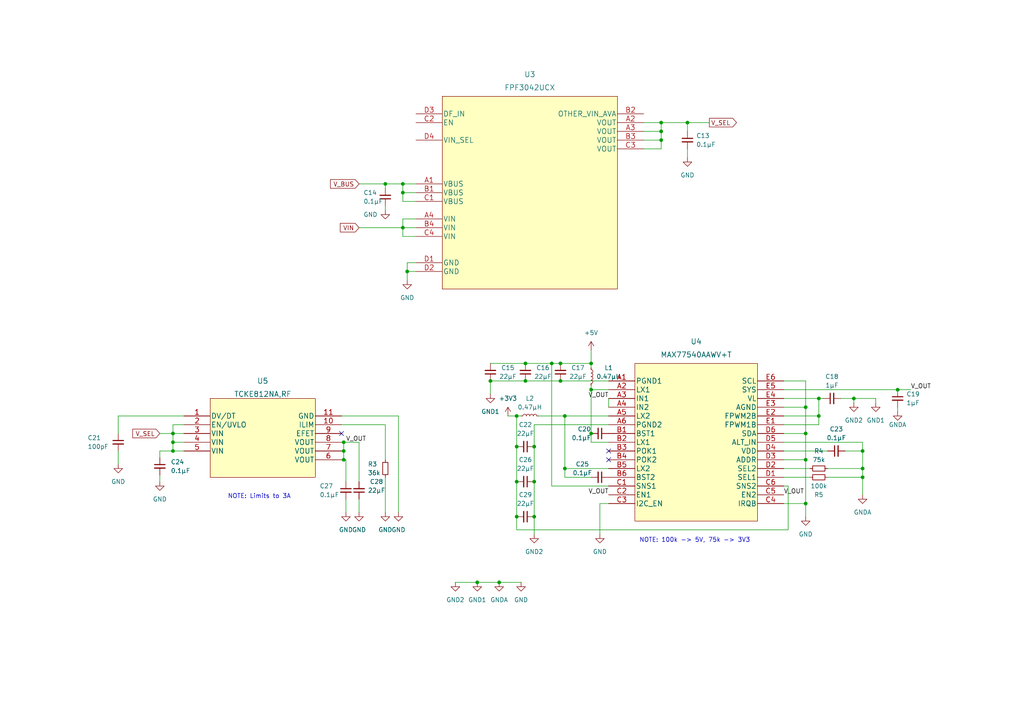
<source format=kicad_sch>
(kicad_sch (version 20211123) (generator eeschema)
  (paper "A4")
  (lib_symbols
    (symbol "Device:C_Small" (pin_numbers hide) (pin_names (offset 0.254) hide)
      (property "Reference" "C" (at 0.254 1.778 0))
      (property "Value" "C_Small" (at 0.254 -2.032 0))
      (symbol "C_Small_0_1"
        (polyline (pts (xy -1.524 -0.508) (xy 1.524 -0.508)) (stroke (width 0.3302)))
        (polyline (pts (xy -1.524 0.508) (xy 1.524 0.508)) (stroke (width 0.3048)))
      )
      (symbol "C_Small_1_1"
        (pin passive line (at 0 2.54 270) (length 2.032) (name "~") (number "1"))
        (pin passive line (at 0 -2.54 90) (length 2.032) (name "~") (number "2"))
      )
    )
    (symbol "Device:L_Small" (pin_numbers hide) (pin_names (offset 0.254) hide)
      (property "Reference" "L" (at 0.762 1.016 0))
      (property "Value" "L_Small" (at 0.762 -1.016 0))
      (symbol "L_Small_0_1"
        (arc (start 0 -2.032) (mid 0.508 -1.524) (end 0 -1.016))
        (arc (start 0 -1.016) (mid 0.508 -0.508) (end 0 0))
        (arc (start 0 0) (mid 0.508 0.508) (end 0 1.016))
        (arc (start 0 1.016) (mid 0.508 1.524) (end 0 2.032))
      )
      (symbol "L_Small_1_1"
        (pin passive line (at 0 2.54 270) (length 0.508) (name "~") (number "1"))
        (pin passive line (at 0 -2.54 90) (length 0.508) (name "~") (number "2"))
      )
    )
    (symbol "Device:R_Small" (pin_numbers hide) (pin_names (offset 0.254) hide)
      (property "Reference" "R" (at 0.762 0.508 0))
      (property "Value" "R_Small" (at 0.762 -1.016 0))
      (symbol "R_Small_0_1"
        (rectangle (start -0.762 1.778) (end 0.762 -1.778) (stroke (width 0.2032)))
      )
      (symbol "R_Small_1_1"
        (pin passive line (at 0 2.54 270) (length 0.762) (name "~") (number "1"))
        (pin passive line (at 0 -2.54 90) (length 0.762) (name "~") (number "2"))
      )
    )
    (symbol "personal:FPF3042UCX" (pin_names (offset 0.254))
      (property "Reference" "U" (at 33.02 10.16 0))
      (property "Value" "FPF3042UCX" (at 33.02 7.62 0))
      (symbol "FPF3042UCX_1_1"
        (rectangle (start 7.62 5.08) (end 58.42 -50.8) (fill (type background)))
        (pin power_in line (at 0 -20.32 0) (length 7.62) (name "VBUS") (number "A1"))
        (pin power_in line (at 66.04 -2.54 180) (length 7.62) (name "VOUT") (number "A2"))
        (pin power_in line (at 66.04 -5.08 180) (length 7.62) (name "VOUT") (number "A3"))
        (pin power_in line (at 0 -30.48 0) (length 7.62) (name "VIN") (number "A4"))
        (pin power_in line (at 0 -22.86 0) (length 7.62) (name "VBUS") (number "B1"))
        (pin output line (at 66.04 0 180) (length 7.62) (name "OTHER_VIN_AVA") (number "B2"))
        (pin power_in line (at 66.04 -7.62 180) (length 7.62) (name "VOUT") (number "B3"))
        (pin power_in line (at 0 -33.02 0) (length 7.62) (name "VIN") (number "B4"))
        (pin power_in line (at 0 -25.4 0) (length 7.62) (name "VBUS") (number "C1"))
        (pin input line (at 0 -2.54 0) (length 7.62) (name "EN") (number "C2"))
        (pin output line (at 66.04 -10.16 180) (length 7.62) (name "VOUT") (number "C3"))
        (pin power_in line (at 0 -35.56 0) (length 7.62) (name "VIN") (number "C4"))
        (pin power_in line (at 0 -43.18 0) (length 7.62) (name "GND") (number "D1"))
        (pin power_in line (at 0 -45.72 0) (length 7.62) (name "GND") (number "D2"))
        (pin input line (at 0 0 0) (length 7.62) (name "DF_IN") (number "D3"))
        (pin bidirectional line (at 0 -7.62 0) (length 7.62) (name "VIN_SEL") (number "D4"))
      )
    )
    (symbol "personal:MAX77540AAWV+T" (pin_names (offset 0.254))
      (property "Reference" "U" (at 25.4 10.16 0))
      (property "Value" "MAX77540AAWV+T" (at 25.4 7.62 0))
      (symbol "MAX77540AAWV+T_0_1"
        (rectangle (start 7.62 5.08) (end 43.18 -40.64) (fill (type background)))
      )
      (symbol "MAX77540AAWV+T_1_1"
        (pin power_in line (at 0 0 0) (length 7.62) (name "PGND1") (number "A1"))
        (pin power_in line (at 0 -2.54 0) (length 7.62) (name "LX1") (number "A2"))
        (pin power_in line (at 0 -5.08 0) (length 7.62) (name "IN1") (number "A3"))
        (pin power_in line (at 0 -7.62 0) (length 7.62) (name "IN2") (number "A4"))
        (pin power_in line (at 0 -10.16 0) (length 7.62) (name "LX2") (number "A5"))
        (pin power_in line (at 0 -12.7 0) (length 7.62) (name "PGND2") (number "A6"))
        (pin power_in line (at 0 -15.24 0) (length 7.62) (name "BST1") (number "B1"))
        (pin power_in line (at 0 -17.78 0) (length 7.62) (name "LX1") (number "B2"))
        (pin output line (at 0 -20.32 0) (length 7.62) (name "POK1") (number "B3"))
        (pin output line (at 0 -22.86 0) (length 7.62) (name "POK2") (number "B4"))
        (pin power_in line (at 0 -25.4 0) (length 7.62) (name "LX2") (number "B5"))
        (pin power_in line (at 0 -27.94 0) (length 7.62) (name "BST2") (number "B6"))
        (pin input line (at 0 -30.48 0) (length 7.62) (name "SNS1") (number "C1"))
        (pin input line (at 0 -33.02 0) (length 7.62) (name "EN1") (number "C2"))
        (pin input line (at 0 -35.56 0) (length 7.62) (name "I2C_EN") (number "C3"))
        (pin output line (at 50.8 -35.56 180) (length 7.62) (name "IRQB") (number "C4"))
        (pin input line (at 50.8 -33.02 180) (length 7.62) (name "EN2") (number "C5"))
        (pin input line (at 50.8 -30.48 180) (length 7.62) (name "SNS2") (number "C6"))
        (pin input line (at 50.8 -27.94 180) (length 7.62) (name "SEL1") (number "D1"))
        (pin input line (at 50.8 -25.4 180) (length 7.62) (name "SEL2") (number "D2"))
        (pin input line (at 50.8 -22.86 180) (length 7.62) (name "ADDR") (number "D3"))
        (pin power_in line (at 50.8 -20.32 180) (length 7.62) (name "VDD") (number "D4"))
        (pin power_in line (at 50.8 -17.78 180) (length 7.62) (name "ALT_IN") (number "D5"))
        (pin bidirectional line (at 50.8 -15.24 180) (length 7.62) (name "SDA") (number "D6"))
        (pin input line (at 50.8 -12.7 180) (length 7.62) (name "FPWM1B") (number "E1"))
        (pin input line (at 50.8 -10.16 180) (length 7.62) (name "FPWM2B") (number "E2"))
        (pin power_in line (at 50.8 -7.62 180) (length 7.62) (name "AGND") (number "E3"))
        (pin power_in line (at 50.8 -5.08 180) (length 7.62) (name "VL") (number "E4"))
        (pin power_in line (at 50.8 -2.54 180) (length 7.62) (name "SYS") (number "E5"))
        (pin input line (at 50.8 0 180) (length 7.62) (name "SCL") (number "E6"))
      )
    )
    (symbol "personal:TCKE812NA,RF" (pin_names (offset 0.254))
      (property "Reference" "U" (at 22.86 10.16 0))
      (property "Value" "TCKE812NA,RF" (at 22.86 7.62 0))
      (symbol "TCKE812NA,RF_0_1"
        (rectangle (start 38.1 -17.78) (end 7.62 5.08) (fill (type background)))
      )
      (symbol "TCKE812NA,RF_1_1"
        (pin input line (at 0 0 0) (length 7.62) (name "DV/DT") (number "1"))
        (pin input line (at 45.72 -2.54 180) (length 7.62) (name "ILIM") (number "10"))
        (pin power_in line (at 45.72 0 180) (length 7.62) (name "GND") (number "11"))
        (pin unspecified line (at 0 -2.54 0) (length 7.62) (name "EN/UVLO") (number "2"))
        (pin input line (at 0 -5.08 0) (length 7.62) (name "VIN") (number "3"))
        (pin input line (at 0 -7.62 0) (length 7.62) (name "VIN") (number "4"))
        (pin input line (at 0 -10.16 0) (length 7.62) (name "VIN") (number "5"))
        (pin output line (at 45.72 -12.7 180) (length 7.62) (name "VOUT") (number "6"))
        (pin output line (at 45.72 -10.16 180) (length 7.62) (name "VOUT") (number "7"))
        (pin output line (at 45.72 -7.62 180) (length 7.62) (name "VOUT") (number "8"))
        (pin unspecified line (at 45.72 -5.08 180) (length 7.62) (name "EFET") (number "9"))
      )
    )
    (symbol "power:+3V3" (power) (pin_names (offset 0))
      (property "Value" "+3V3" (at 0 3.556 0))
      (symbol "+3V3_0_1"
        (polyline (pts (xy -0.762 1.27) (xy 0 2.54)))
        (polyline (pts (xy 0 0) (xy 0 2.54)))
        (polyline (pts (xy 0 2.54) (xy 0.762 1.27)))
      )
      (symbol "+3V3_1_1"
        (pin power_in line (at 0 0 90) (length 0) hide (name "+3V3") (number "1"))
      )
    )
    (symbol "power:+5V" (power) (pin_names (offset 0))
      (property "Value" "+5V" (at 0 3.556 0))
      (symbol "+5V_0_1"
        (polyline (pts (xy -0.762 1.27) (xy 0 2.54)))
        (polyline (pts (xy 0 0) (xy 0 2.54)))
        (polyline (pts (xy 0 2.54) (xy 0.762 1.27)))
      )
      (symbol "+5V_1_1"
        (pin power_in line (at 0 0 90) (length 0) hide (name "+5V") (number "1"))
      )
    )
    (symbol "power:GND" (power) (pin_names (offset 0))
      (property "Value" "GND" (at 0 -3.81 0))
      (symbol "GND_0_1"
        (polyline (pts (xy 0 0) (xy 0 -1.27) (xy 1.27 -1.27) (xy 0 -2.54) (xy -1.27 -1.27) (xy 0 -1.27)))
      )
      (symbol "GND_1_1"
        (pin power_in line (at 0 0 270) (length 0) hide (name "GND") (number "1"))
      )
    )
    (symbol "power:GND1" (power) (pin_names (offset 0))
      (property "Value" "GND1" (at 0 -3.81 0))
      (symbol "GND1_0_1"
        (polyline (pts (xy 0 0) (xy 0 -1.27) (xy 1.27 -1.27) (xy 0 -2.54) (xy -1.27 -1.27) (xy 0 -1.27)))
      )
      (symbol "GND1_1_1"
        (pin power_in line (at 0 0 270) (length 0) hide (name "GND1") (number "1"))
      )
    )
    (symbol "power:GND2" (power) (pin_names (offset 0))
      (property "Value" "GND2" (at 0 -3.81 0))
      (symbol "GND2_0_1"
        (polyline (pts (xy 0 0) (xy 0 -1.27) (xy 1.27 -1.27) (xy 0 -2.54) (xy -1.27 -1.27) (xy 0 -1.27)))
      )
      (symbol "GND2_1_1"
        (pin power_in line (at 0 0 270) (length 0) hide (name "GND2") (number "1"))
      )
    )
    (symbol "power:GNDA" (power) (pin_names (offset 0))
      (property "Value" "GNDA" (at 0 -3.81 0))
      (symbol "GNDA_0_1"
        (polyline (pts (xy 0 0) (xy 0 -1.27) (xy 1.27 -1.27) (xy 0 -2.54) (xy -1.27 -1.27) (xy 0 -1.27)))
      )
      (symbol "GNDA_1_1"
        (pin power_in line (at 0 0 270) (length 0) hide (name "GNDA") (number "1"))
      )
    )
  )
  (junction (at 149.86 129.54))
  (junction (at 171.45 125.73))
  (junction (at 233.68 133.35))
  (junction (at 116.84 53.34))
  (junction (at 50.165 130.81))
  (junction (at 199.39 35.56))
  (junction (at 99.695 128.27))
  (junction (at 250.19 138.43))
  (junction (at 144.78 168.91))
  (junction (at 233.68 146.05))
  (junction (at 154.94 139.7))
  (junction (at 149.86 149.86))
  (junction (at 163.83 120.65))
  (junction (at 138.43 168.91))
  (junction (at 152.4 105.41))
  (junction (at 250.19 130.81))
  (junction (at 154.94 129.54))
  (junction (at 154.94 149.86))
  (junction (at 118.11 78.74))
  (junction (at 171.45 105.41))
  (junction (at 171.45 113.03))
  (junction (at 160.02 105.41))
  (junction (at 163.83 135.89))
  (junction (at 260.35 113.03))
  (junction (at 162.56 105.41))
  (junction (at 191.77 35.56))
  (junction (at 116.84 66.04))
  (junction (at 247.65 115.57))
  (junction (at 99.695 133.35))
  (junction (at 111.76 53.34))
  (junction (at 152.4 110.49))
  (junction (at 142.24 110.49))
  (junction (at 250.19 135.89))
  (junction (at 162.56 110.49))
  (junction (at 237.49 120.65))
  (junction (at 149.86 120.65))
  (junction (at 191.77 38.1))
  (junction (at 99.695 130.81))
  (junction (at 191.77 40.64))
  (junction (at 50.165 128.27))
  (junction (at 116.84 55.88))
  (junction (at 237.49 115.57))
  (junction (at 50.165 125.73))
  (junction (at 233.68 125.73))
  (junction (at 149.86 139.7))
  (junction (at 233.68 118.11))
  (no_connect (at 176.53 130.81))
  (no_connect (at 176.53 133.35))
  (no_connect (at 99.06 125.73))
  (wire (pts (xy 227.33 138.43) (xy 234.95 138.43)))
  (wire (pts (xy 99.06 120.65) (xy 115.57 120.65)))
  (wire (pts (xy 120.65 63.5) (xy 116.84 63.5)))
  (wire (pts (xy 171.45 128.27) (xy 171.45 125.73)))
  (wire (pts (xy 186.69 43.18) (xy 191.77 43.18)))
  (wire (pts (xy 176.53 123.19) (xy 154.94 123.19)))
  (wire (pts (xy 247.65 115.57) (xy 247.65 116.84)))
  (wire (pts (xy 160.02 140.97) (xy 160.02 105.41)))
  (wire (pts (xy 118.11 76.2) (xy 118.11 78.74)))
  (wire (pts (xy 50.165 130.81) (xy 46.355 130.81)))
  (wire (pts (xy 50.165 130.81) (xy 53.34 130.81)))
  (wire (pts (xy 199.39 43.18) (xy 199.39 45.72)))
  (wire (pts (xy 171.45 113.03) (xy 171.45 111.76)))
  (wire (pts (xy 243.84 115.57) (xy 247.65 115.57)))
  (wire (pts (xy 116.84 55.88) (xy 120.65 55.88)))
  (wire (pts (xy 50.165 128.27) (xy 53.34 128.27)))
  (wire (pts (xy 99.695 128.27) (xy 104.14 128.27)))
  (wire (pts (xy 163.83 120.65) (xy 176.53 120.65)))
  (wire (pts (xy 240.03 138.43) (xy 250.19 138.43)))
  (wire (pts (xy 186.69 40.64) (xy 191.77 40.64)))
  (wire (pts (xy 233.68 110.49) (xy 233.68 118.11)))
  (wire (pts (xy 260.35 113.03) (xy 264.16 113.03)))
  (wire (pts (xy 227.33 110.49) (xy 233.68 110.49)))
  (wire (pts (xy 111.76 59.69) (xy 111.76 60.96)))
  (wire (pts (xy 176.53 140.97) (xy 160.02 140.97)))
  (wire (pts (xy 156.21 120.65) (xy 163.83 120.65)))
  (wire (pts (xy 34.29 120.65) (xy 53.34 120.65)))
  (wire (pts (xy 111.76 53.34) (xy 111.76 54.61)))
  (wire (pts (xy 144.78 168.91) (xy 151.13 168.91)))
  (wire (pts (xy 227.33 130.81) (xy 240.03 130.81)))
  (wire (pts (xy 104.14 53.34) (xy 111.76 53.34)))
  (wire (pts (xy 149.86 139.7) (xy 149.86 149.86)))
  (wire (pts (xy 250.19 138.43) (xy 250.19 143.51)))
  (wire (pts (xy 116.84 68.58) (xy 120.65 68.58)))
  (wire (pts (xy 176.53 128.27) (xy 171.45 128.27)))
  (wire (pts (xy 237.49 115.57) (xy 238.76 115.57)))
  (wire (pts (xy 227.33 113.03) (xy 260.35 113.03)))
  (wire (pts (xy 111.76 138.43) (xy 111.76 148.59)))
  (wire (pts (xy 228.6 140.97) (xy 228.6 153.67)))
  (wire (pts (xy 99.695 128.27) (xy 99.695 130.81)))
  (wire (pts (xy 162.56 110.49) (xy 152.4 110.49)))
  (wire (pts (xy 34.29 125.73) (xy 34.29 120.65)))
  (wire (pts (xy 53.34 125.73) (xy 50.165 125.73)))
  (wire (pts (xy 227.33 118.11) (xy 233.68 118.11)))
  (wire (pts (xy 132.08 168.91) (xy 138.43 168.91)))
  (wire (pts (xy 151.13 120.65) (xy 149.86 120.65)))
  (wire (pts (xy 154.94 149.86) (xy 154.94 154.94)))
  (wire (pts (xy 227.33 133.35) (xy 233.68 133.35)))
  (wire (pts (xy 250.19 135.89) (xy 250.19 138.43)))
  (wire (pts (xy 237.49 120.65) (xy 237.49 123.19)))
  (wire (pts (xy 120.65 76.2) (xy 118.11 76.2)))
  (wire (pts (xy 152.4 110.49) (xy 142.24 110.49)))
  (wire (pts (xy 163.83 138.43) (xy 163.83 135.89)))
  (wire (pts (xy 233.68 125.73) (xy 233.68 133.35)))
  (wire (pts (xy 191.77 40.64) (xy 191.77 43.18)))
  (wire (pts (xy 227.33 115.57) (xy 237.49 115.57)))
  (wire (pts (xy 233.68 133.35) (xy 233.68 146.05)))
  (wire (pts (xy 171.45 113.03) (xy 176.53 113.03)))
  (wire (pts (xy 99.06 128.27) (xy 99.695 128.27)))
  (wire (pts (xy 160.02 105.41) (xy 162.56 105.41)))
  (wire (pts (xy 176.53 115.57) (xy 176.53 118.11)))
  (wire (pts (xy 111.76 53.34) (xy 116.84 53.34)))
  (wire (pts (xy 247.65 115.57) (xy 254 115.57)))
  (wire (pts (xy 163.83 135.89) (xy 163.83 120.65)))
  (wire (pts (xy 149.86 129.54) (xy 149.86 139.7)))
  (wire (pts (xy 227.33 123.19) (xy 237.49 123.19)))
  (wire (pts (xy 116.84 63.5) (xy 116.84 66.04)))
  (wire (pts (xy 152.4 105.41) (xy 142.24 105.41)))
  (wire (pts (xy 116.84 58.42) (xy 120.65 58.42)))
  (wire (pts (xy 99.06 133.35) (xy 99.695 133.35)))
  (wire (pts (xy 233.68 118.11) (xy 233.68 125.73)))
  (wire (pts (xy 147.32 120.65) (xy 149.86 120.65)))
  (wire (pts (xy 199.39 35.56) (xy 199.39 38.1)))
  (wire (pts (xy 104.14 66.04) (xy 116.84 66.04)))
  (wire (pts (xy 99.06 130.81) (xy 99.695 130.81)))
  (wire (pts (xy 116.84 53.34) (xy 120.65 53.34)))
  (wire (pts (xy 104.14 128.27) (xy 104.14 139.7)))
  (wire (pts (xy 138.43 168.91) (xy 144.78 168.91)))
  (wire (pts (xy 186.69 38.1) (xy 191.77 38.1)))
  (wire (pts (xy 191.77 35.56) (xy 199.39 35.56)))
  (wire (pts (xy 176.53 146.05) (xy 173.99 146.05)))
  (wire (pts (xy 191.77 35.56) (xy 191.77 38.1)))
  (wire (pts (xy 100.33 133.35) (xy 100.33 139.7)))
  (wire (pts (xy 227.33 128.27) (xy 250.19 128.27)))
  (wire (pts (xy 118.11 78.74) (xy 118.11 81.28)))
  (wire (pts (xy 154.94 139.7) (xy 154.94 149.86)))
  (wire (pts (xy 46.355 137.795) (xy 46.355 139.7)))
  (wire (pts (xy 171.45 105.41) (xy 171.45 106.68)))
  (wire (pts (xy 116.84 66.04) (xy 116.84 68.58)))
  (wire (pts (xy 116.84 55.88) (xy 116.84 53.34)))
  (wire (pts (xy 227.33 125.73) (xy 233.68 125.73)))
  (wire (pts (xy 149.86 153.67) (xy 149.86 149.86)))
  (wire (pts (xy 118.11 78.74) (xy 120.65 78.74)))
  (wire (pts (xy 176.53 110.49) (xy 162.56 110.49)))
  (wire (pts (xy 115.57 120.65) (xy 115.57 148.59)))
  (wire (pts (xy 104.14 144.78) (xy 104.14 148.59)))
  (wire (pts (xy 152.4 105.41) (xy 160.02 105.41)))
  (wire (pts (xy 162.56 105.41) (xy 171.45 105.41)))
  (wire (pts (xy 99.695 130.81) (xy 99.695 133.35)))
  (wire (pts (xy 116.84 55.88) (xy 116.84 58.42)))
  (wire (pts (xy 176.53 135.89) (xy 163.83 135.89)))
  (wire (pts (xy 149.86 153.67) (xy 228.6 153.67)))
  (wire (pts (xy 240.03 135.89) (xy 250.19 135.89)))
  (wire (pts (xy 50.165 128.27) (xy 50.165 130.81)))
  (wire (pts (xy 50.165 125.73) (xy 50.165 123.19)))
  (wire (pts (xy 142.24 110.49) (xy 142.24 114.3)))
  (wire (pts (xy 191.77 38.1) (xy 191.77 40.64)))
  (wire (pts (xy 227.33 140.97) (xy 228.6 140.97)))
  (wire (pts (xy 50.165 125.73) (xy 50.165 128.27)))
  (wire (pts (xy 111.76 123.19) (xy 111.76 133.35)))
  (wire (pts (xy 149.86 120.65) (xy 149.86 129.54)))
  (wire (pts (xy 34.29 130.81) (xy 34.29 134.62)))
  (wire (pts (xy 154.94 129.54) (xy 154.94 139.7)))
  (wire (pts (xy 227.33 135.89) (xy 234.95 135.89)))
  (wire (pts (xy 250.19 130.81) (xy 250.19 135.89)))
  (wire (pts (xy 46.355 125.73) (xy 50.165 125.73)))
  (wire (pts (xy 173.99 146.05) (xy 173.99 154.94)))
  (wire (pts (xy 233.68 146.05) (xy 233.68 149.86)))
  (wire (pts (xy 227.33 146.05) (xy 233.68 146.05)))
  (wire (pts (xy 254 115.57) (xy 254 116.84)))
  (wire (pts (xy 46.355 130.81) (xy 46.355 132.715)))
  (wire (pts (xy 260.35 118.11) (xy 260.35 119.38)))
  (wire (pts (xy 171.45 101.6) (xy 171.45 105.41)))
  (wire (pts (xy 245.11 130.81) (xy 250.19 130.81)))
  (wire (pts (xy 250.19 128.27) (xy 250.19 130.81)))
  (wire (pts (xy 154.94 123.19) (xy 154.94 129.54)))
  (wire (pts (xy 186.69 35.56) (xy 191.77 35.56)))
  (wire (pts (xy 50.165 123.19) (xy 53.34 123.19)))
  (wire (pts (xy 99.695 133.35) (xy 100.33 133.35)))
  (wire (pts (xy 171.45 138.43) (xy 163.83 138.43)))
  (wire (pts (xy 116.84 66.04) (xy 120.65 66.04)))
  (wire (pts (xy 227.33 120.65) (xy 237.49 120.65)))
  (wire (pts (xy 199.39 35.56) (xy 205.74 35.56)))
  (wire (pts (xy 100.33 144.78) (xy 100.33 148.59)))
  (wire (pts (xy 237.49 115.57) (xy 237.49 120.65)))
  (wire (pts (xy 171.45 125.73) (xy 171.45 113.03)))
  (wire (pts (xy 99.06 123.19) (xy 111.76 123.19)))
  (text "NOTE: Limits to 3A" (at 66.04 144.78 0) (effects (font (size 1.27 1.27)) (justify left bottom)))
  (text "NOTE: 100k -> 5V, 75k -> 3V3" (at 185.42 157.48 0) (effects (font (size 1.27 1.27)) (justify left bottom)))
  (label "V_OUT" (at 176.53 115.57 180))
  (label "V_OUT" (at 227.33 143.51 0))
  (label "V_OUT" (at 100.33 128.27 0))
  (label "V_OUT" (at 264.16 113.03 0))
  (label "V_OUT" (at 176.53 143.51 180))
  (global_label "V_BUS" (shape input) (at 104.14 53.34 180) (property "Intersheet References" "${INTERSHEET_REFS}" (effects hide)))
  (global_label "V_SEL" (shape output) (at 205.74 35.56 0) (property "Intersheet References" "${INTERSHEET_REFS}" (effects hide)))
  (global_label "V_SEL" (shape input) (at 46.355 125.73 180) (property "Intersheet References" "${INTERSHEET_REFS}" (effects hide)))
  (global_label "VIN" (shape input) (at 104.14 66.04 180) (property "Intersheet References" "${INTERSHEET_REFS}" (effects hide)))
  (symbol (lib_id "power:GND2") (at 132.08 168.91 0) (unit 1)
    (property "Reference" "#PWR030" (effects hide))
    (property "Value" "GND2" (at 132.08 173.99 0))
  )
  (symbol (lib_id "Device:C_Small") (at 173.99 125.73 270) (unit 1)
    (property "Reference" "C20" (at 171.45 124.46 90) (effects (justify right)))
    (property "Value" "0.1µF" (at 171.45 127 90) (effects (justify right)))
    (property "Footprint" "personal:C_0402_1005Metric" (effects hide))
  )
  (symbol (lib_id "power:GND") (at 111.76 60.96 0) (unit 1)
    (property "Reference" "#PWR012" (effects hide))
    (property "Value" "GND" (at 105.41 62.23 0) (effects (justify left)))
  )
  (symbol (lib_id "power:+3V3") (at 147.32 120.65 0) (unit 1)
    (property "Reference" "#PWR019" (effects hide))
    (property "Value" "+3V3" (at 147.32 115.57 0))
  )
  (symbol (lib_id "power:GND") (at 151.13 168.91 0) (unit 1)
    (property "Reference" "#PWR033" (effects hide))
    (property "Value" "GND" (at 151.13 173.99 0))
  )
  (symbol (lib_id "power:GND") (at 104.14 148.59 0) (unit 1)
    (property "Reference" "#PWR024" (effects hide))
    (property "Value" "GND" (at 104.14 153.67 0))
  )
  (symbol (lib_id "power:GNDA") (at 250.19 143.51 0) (unit 1)
    (property "Reference" "#PWR022" (effects hide))
    (property "Value" "GNDA" (at 250.19 148.59 0))
  )
  (symbol (lib_id "Device:C_Small") (at 111.76 57.15 180) (unit 1)
    (property "Reference" "C14" (at 105.41 55.88 0) (effects (justify right)))
    (property "Value" "0.1µF" (at 105.41 58.42 0) (effects (justify right)))
    (property "Footprint" "personal:C_0402_1005Metric" (effects hide))
  )
  (symbol (lib_id "power:GND") (at 199.39 45.72 0) (unit 1)
    (property "Reference" "#PWR011" (effects hide))
    (property "Value" "GND" (at 199.39 50.8 0))
  )
  (symbol (lib_id "power:GND") (at 118.11 81.28 0) (unit 1)
    (property "Reference" "#PWR013" (effects hide))
    (property "Value" "GND" (at 118.11 86.36 0))
  )
  (symbol (lib_id "power:GND") (at 111.76 148.59 0) (unit 1)
    (property "Reference" "#PWR025" (effects hide))
    (property "Value" "GND" (at 111.76 153.67 0))
  )
  (symbol (lib_id "Device:R_Small") (at 237.49 135.89 90) (unit 1)
    (property "Reference" "R4" (at 237.49 130.81 90))
    (property "Value" "75k" (at 237.49 133.35 90))
    (property "Footprint" "personal:R_0402_1005Metric" (effects hide))
  )
  (symbol (lib_id "Device:C_Small") (at 152.4 107.95 180) (unit 1)
    (property "Reference" "C16" (at 157.4736 106.68 0))
    (property "Value" "22µF" (at 157.4736 109.22 0))
    (property "Footprint" "personal:C_0402_1005Metric" (effects hide))
  )
  (symbol (lib_id "power:GNDA") (at 260.35 119.38 0) (unit 1)
    (property "Reference" "#PWR018" (effects hide))
    (property "Value" "GNDA" (at 260.35 123.19 0))
  )
  (symbol (lib_id "Device:C_Small") (at 152.4 129.54 270) (unit 1)
    (property "Reference" "C22" (at 152.3936 123.19 90))
    (property "Value" "22µF" (at 152.3936 125.73 90))
    (property "Footprint" "personal:C_0402_1005Metric" (effects hide))
  )
  (symbol (lib_id "Device:C_Small") (at 173.99 138.43 270) (unit 1)
    (property "Reference" "C25" (at 168.91 134.62 90))
    (property "Value" "0.1µF" (at 168.91 137.16 90))
    (property "Footprint" "personal:C_0402_1005Metric" (effects hide))
  )
  (symbol (lib_id "power:GND") (at 34.29 134.62 0) (unit 1)
    (property "Reference" "#PWR020" (effects hide))
    (property "Value" "GND" (at 34.29 139.7 0))
  )
  (symbol (lib_id "personal:FPF3042UCX") (at 120.65 33.02 0) (unit 1)
    (property "Reference" "U3" (at 153.67 21.59 0) (effects (font (size 1.524 1.524))))
    (property "Value" "FPF3042UCX" (at 153.67 25.4 0) (effects (font (size 1.524 1.524))))
    (property "Footprint" "personal:FPF3042UCX" (effects hide))
    (property "Datasheet" "https://www.onsemi.com/pdf/datasheet/fpf3042-d.pdf" (effects hide))
  )
  (symbol (lib_id "power:GND") (at 233.68 149.86 0) (unit 1)
    (property "Reference" "#PWR027" (effects hide))
    (property "Value" "GND" (at 233.68 154.94 0))
  )
  (symbol (lib_id "Device:C_Small") (at 46.355 135.255 0) (unit 1)
    (property "Reference" "C24" (at 49.53 133.9912 0) (effects (justify left)))
    (property "Value" "0.1µF" (at 49.53 136.5312 0) (effects (justify left)))
    (property "Footprint" "personal:C_0402_1005Metric" (effects hide))
  )
  (symbol (lib_id "power:GND1") (at 254 116.84 0) (unit 1)
    (property "Reference" "#PWR017" (effects hide))
    (property "Value" "GND1" (at 254 121.92 0))
  )
  (symbol (lib_id "Device:R_Small") (at 237.49 138.43 270) (unit 1)
    (property "Reference" "R5" (at 237.49 143.51 90))
    (property "Value" "100k" (at 237.49 140.97 90))
    (property "Footprint" "personal:R_0402_1005Metric" (effects hide))
  )
  (symbol (lib_id "power:GNDA") (at 144.78 168.91 0) (unit 1)
    (property "Reference" "#PWR032" (effects hide))
    (property "Value" "GNDA" (at 144.78 173.99 0))
  )
  (symbol (lib_id "Device:C_Small") (at 34.29 128.27 0) (unit 1)
    (property "Reference" "C21" (at 25.4 127 0) (effects (justify left)))
    (property "Value" "100pF" (at 25.4 129.54 0) (effects (justify left)))
    (property "Footprint" "personal:C_0402_1005Metric" (effects hide))
  )
  (symbol (lib_id "Device:C_Small") (at 241.3 115.57 90) (unit 1)
    (property "Reference" "C18" (at 241.3063 109.22 90))
    (property "Value" "1µF" (at 241.3063 111.76 90))
    (property "Footprint" "personal:C_0402_1005Metric" (effects hide))
  )
  (symbol (lib_id "Device:C_Small") (at 162.56 107.95 180) (unit 1)
    (property "Reference" "C17" (at 167.6336 106.68 0))
    (property "Value" "22µF" (at 167.6336 109.22 0))
    (property "Footprint" "personal:C_0402_1005Metric" (effects hide))
  )
  (symbol (lib_id "power:GND2") (at 247.65 116.84 0) (unit 1)
    (property "Reference" "#PWR016" (effects hide))
    (property "Value" "GND2" (at 247.65 121.92 0))
  )
  (symbol (lib_id "personal:MAX77540AAWV+T") (at 176.53 110.49 0) (unit 1)
    (property "Reference" "U4" (at 201.93 99.06 0) (effects (font (size 1.524 1.524))))
    (property "Value" "MAX77540AAWV+T" (at 201.93 102.87 0) (effects (font (size 1.524 1.524))))
    (property "Footprint" "personal:21-100414_W302P2Z+1_MXM" (effects hide))
    (property "Datasheet" "https://datasheets.maximintegrated.com/en/ds/MAX77540.pdf" (effects hide))
  )
  (symbol (lib_id "Device:C_Small") (at 242.57 130.81 90) (unit 1)
    (property "Reference" "C23" (at 242.5763 124.46 90))
    (property "Value" "0.1µF" (at 242.5763 127 90))
    (property "Footprint" "personal:C_0402_1005Metric" (effects hide))
  )
  (symbol (lib_id "power:GND2") (at 154.94 154.94 0) (unit 1)
    (property "Reference" "#PWR028" (effects hide))
    (property "Value" "GND2" (at 154.94 160.02 0))
  )
  (symbol (lib_id "Device:R_Small") (at 111.76 135.89 0) (unit 1)
    (property "Reference" "R3" (at 106.68 134.62 0) (effects (justify left)))
    (property "Value" "36k" (at 106.68 137.16 0) (effects (justify left)))
    (property "Footprint" "personal:R_0402_1005Metric" (effects hide))
  )
  (symbol (lib_id "power:GND") (at 46.355 139.7 0) (unit 1)
    (property "Reference" "#PWR021" (effects hide))
    (property "Value" "GND" (at 46.355 144.78 0))
  )
  (symbol (lib_id "Device:C_Small") (at 100.33 142.24 0) (unit 1)
    (property "Reference" "C27" (at 92.71 140.97 0) (effects (justify left)))
    (property "Value" "0.1µF" (at 92.71 143.51 0) (effects (justify left)))
    (property "Footprint" "personal:C_0402_1005Metric" (effects hide))
  )
  (symbol (lib_id "Device:C_Small") (at 152.4 149.86 270) (unit 1)
    (property "Reference" "C29" (at 152.3936 143.51 90))
    (property "Value" "22µF" (at 152.3936 146.05 90))
    (property "Footprint" "personal:C_0402_1005Metric" (effects hide))
  )
  (symbol (lib_id "power:GND") (at 173.99 154.94 0) (unit 1)
    (property "Reference" "#PWR029" (effects hide))
    (property "Value" "GND" (at 173.99 160.02 0))
  )
  (symbol (lib_id "power:GND") (at 100.33 148.59 0) (unit 1)
    (property "Reference" "#PWR023" (effects hide))
    (property "Value" "GND" (at 100.33 153.67 0))
  )
  (symbol (lib_id "Device:C_Small") (at 104.14 142.24 180) (unit 1)
    (property "Reference" "C28" (at 109.22 139.7 0))
    (property "Value" "22µF" (at 109.22 142.24 0))
    (property "Footprint" "personal:C_0402_1005Metric" (effects hide))
  )
  (symbol (lib_id "Device:C_Small") (at 152.4 139.7 270) (unit 1)
    (property "Reference" "C26" (at 152.3936 133.35 90))
    (property "Value" "22µF" (at 152.3936 135.89 90))
    (property "Footprint" "personal:C_0402_1005Metric" (effects hide))
  )
  (symbol (lib_id "Device:C_Small") (at 142.24 107.95 180) (unit 1)
    (property "Reference" "C15" (at 147.3136 106.68 0))
    (property "Value" "22µF" (at 147.3136 109.22 0))
    (property "Footprint" "personal:C_0402_1005Metric" (effects hide))
  )
  (symbol (lib_id "power:GND") (at 115.57 148.59 0) (unit 1)
    (property "Reference" "#PWR026" (effects hide))
    (property "Value" "GND" (at 115.57 153.67 0))
  )
  (symbol (lib_id "Device:C_Small") (at 260.35 115.57 0) (unit 1)
    (property "Reference" "C19" (at 262.89 114.3062 0) (effects (justify left)))
    (property "Value" "1µF" (at 262.89 116.8462 0) (effects (justify left)))
    (property "Footprint" "personal:C_0402_1005Metric" (effects hide))
  )
  (symbol (lib_id "Device:L_Small") (at 171.45 109.22 0) (unit 1)
    (property "Reference" "L1" (at 176.53 106.68 0))
    (property "Value" "0.47µH" (at 176.53 109.22 0))
    (property "Footprint" "Inductor_SMD:L_0402_1005Metric" (effects hide))
  )
  (symbol (lib_id "power:GND1") (at 142.24 114.3 0) (unit 1)
    (property "Reference" "#PWR015" (effects hide))
    (property "Value" "GND1" (at 142.24 119.38 0))
  )
  (symbol (lib_id "power:+5V") (at 171.45 101.6 0) (unit 1)
    (property "Reference" "#PWR014" (effects hide))
    (property "Value" "+5V" (at 171.45 96.52 0))
  )
  (symbol (lib_id "power:GND1") (at 138.43 168.91 0) (unit 1)
    (property "Reference" "#PWR031" (effects hide))
    (property "Value" "GND1" (at 138.43 173.99 0))
  )
  (symbol (lib_id "personal:TCKE812NA,RF") (at 53.34 120.65 0) (unit 1)
    (property "Reference" "U5" (at 76.2 110.49 0) (effects (font (size 1.524 1.524))))
    (property "Value" "TCKE812NA,RF" (at 76.2 114.3 0) (effects (font (size 1.524 1.524))))
    (property "Footprint" "personal:WSON10B_TOS" (effects hide))
    (property "Datasheet" "https://toshiba.semicon-storage.com/info/docget.jsp?did=139443&prodName=TCKE805NL" (effects hide))
  )
  (symbol (lib_id "Device:C_Small") (at 199.39 40.64 0) (unit 1)
    (property "Reference" "C13" (at 201.93 39.3762 0) (effects (justify left)))
    (property "Value" "0.1µF" (at 201.93 41.9162 0) (effects (justify left)))
    (property "Footprint" "personal:C_0402_1005Metric" (effects hide))
  )
  (symbol (lib_id "Device:L_Small") (at 153.67 120.65 90) (unit 1)
    (property "Reference" "L2" (at 153.67 115.57 90))
    (property "Value" "0.47µH" (at 153.67 118.11 90))
    (property "Footprint" "Inductor_SMD:L_0402_1005Metric" (effects hide))
  )
)
</source>
